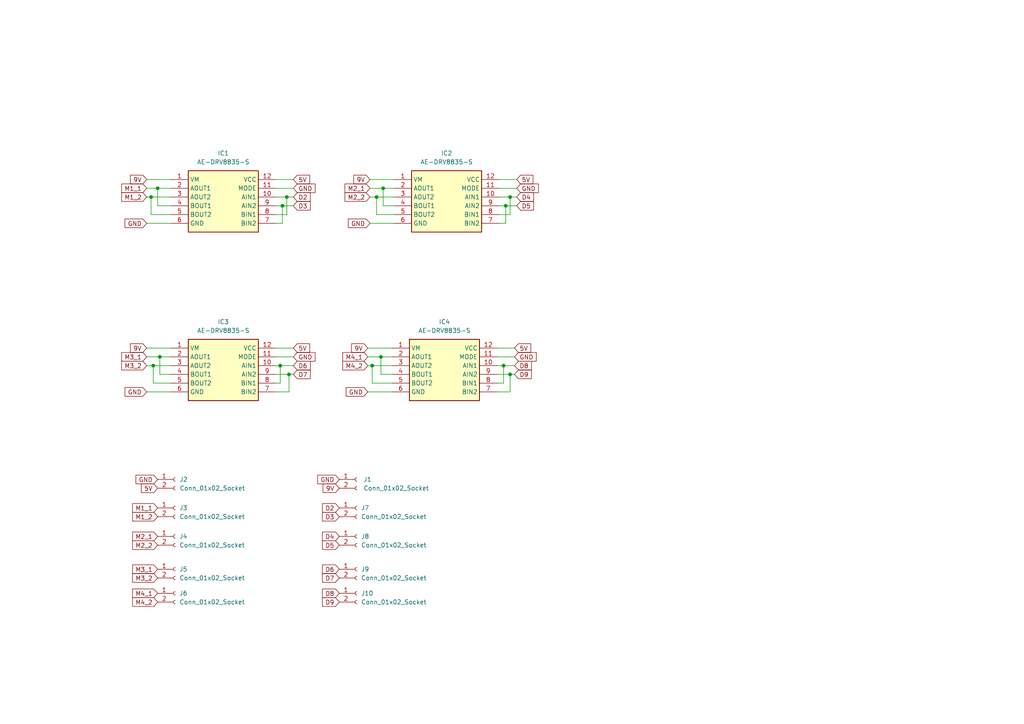
<source format=kicad_sch>
(kicad_sch (version 20230121) (generator eeschema)

  (uuid 3e5469ef-6842-4eea-8b89-eb95221d8539)

  (paper "A4")

  (lib_symbols
    (symbol "AE-DRV8835-S:AE-DRV8835-S" (in_bom yes) (on_board yes)
      (property "Reference" "IC" (at 26.67 7.62 0)
        (effects (font (size 1.27 1.27)) (justify left top))
      )
      (property "Value" "AE-DRV8835-S" (at 26.67 5.08 0)
        (effects (font (size 1.27 1.27)) (justify left top))
      )
      (property "Footprint" "AEDRV8835S" (at 26.67 -94.92 0)
        (effects (font (size 1.27 1.27)) (justify left top) hide)
      )
      (property "Datasheet" "https://akizukidenshi.com/download/ds/akizuki/AE-DRV8835-S_20210526.pdf" (at 26.67 -194.92 0)
        (effects (font (size 1.27 1.27)) (justify left top) hide)
      )
      (property "Height" "3" (at 26.67 -394.92 0)
        (effects (font (size 1.27 1.27)) (justify left top) hide)
      )
      (property "RS Part Number" "" (at 26.67 -494.92 0)
        (effects (font (size 1.27 1.27)) (justify left top) hide)
      )
      (property "RS Price/Stock" "" (at 26.67 -594.92 0)
        (effects (font (size 1.27 1.27)) (justify left top) hide)
      )
      (property "Manufacturer_Name" "Akizuki Denshi Tsusho" (at 26.67 -694.92 0)
        (effects (font (size 1.27 1.27)) (justify left top) hide)
      )
      (property "Manufacturer_Part_Number" "AE-DRV8835-S" (at 26.67 -794.92 0)
        (effects (font (size 1.27 1.27)) (justify left top) hide)
      )
      (property "ki_description" "DUAL LOW VOLTAGE H-BRIDGE IC" (at 0 0 0)
        (effects (font (size 1.27 1.27)) hide)
      )
      (symbol "AE-DRV8835-S_1_1"
        (rectangle (start 5.08 2.54) (end 25.4 -15.24)
          (stroke (width 0.254) (type default))
          (fill (type background))
        )
        (pin passive line (at 0 0 0) (length 5.08)
          (name "VM" (effects (font (size 1.27 1.27))))
          (number "1" (effects (font (size 1.27 1.27))))
        )
        (pin passive line (at 30.48 -5.08 180) (length 5.08)
          (name "AIN1" (effects (font (size 1.27 1.27))))
          (number "10" (effects (font (size 1.27 1.27))))
        )
        (pin passive line (at 30.48 -2.54 180) (length 5.08)
          (name "MODE" (effects (font (size 1.27 1.27))))
          (number "11" (effects (font (size 1.27 1.27))))
        )
        (pin passive line (at 30.48 0 180) (length 5.08)
          (name "VCC" (effects (font (size 1.27 1.27))))
          (number "12" (effects (font (size 1.27 1.27))))
        )
        (pin passive line (at 0 -2.54 0) (length 5.08)
          (name "AOUT1" (effects (font (size 1.27 1.27))))
          (number "2" (effects (font (size 1.27 1.27))))
        )
        (pin passive line (at 0 -5.08 0) (length 5.08)
          (name "AOUT2" (effects (font (size 1.27 1.27))))
          (number "3" (effects (font (size 1.27 1.27))))
        )
        (pin passive line (at 0 -7.62 0) (length 5.08)
          (name "BOUT1" (effects (font (size 1.27 1.27))))
          (number "4" (effects (font (size 1.27 1.27))))
        )
        (pin passive line (at 0 -10.16 0) (length 5.08)
          (name "BOUT2" (effects (font (size 1.27 1.27))))
          (number "5" (effects (font (size 1.27 1.27))))
        )
        (pin passive line (at 0 -12.7 0) (length 5.08)
          (name "GND" (effects (font (size 1.27 1.27))))
          (number "6" (effects (font (size 1.27 1.27))))
        )
        (pin passive line (at 30.48 -12.7 180) (length 5.08)
          (name "BIN2" (effects (font (size 1.27 1.27))))
          (number "7" (effects (font (size 1.27 1.27))))
        )
        (pin passive line (at 30.48 -10.16 180) (length 5.08)
          (name "BIN1" (effects (font (size 1.27 1.27))))
          (number "8" (effects (font (size 1.27 1.27))))
        )
        (pin passive line (at 30.48 -7.62 180) (length 5.08)
          (name "AIN2" (effects (font (size 1.27 1.27))))
          (number "9" (effects (font (size 1.27 1.27))))
        )
      )
    )
    (symbol "Connector:Conn_01x02_Socket" (pin_names (offset 1.016) hide) (in_bom yes) (on_board yes)
      (property "Reference" "J" (at 0 2.54 0)
        (effects (font (size 1.27 1.27)))
      )
      (property "Value" "Conn_01x02_Socket" (at 0 -5.08 0)
        (effects (font (size 1.27 1.27)))
      )
      (property "Footprint" "" (at 0 0 0)
        (effects (font (size 1.27 1.27)) hide)
      )
      (property "Datasheet" "~" (at 0 0 0)
        (effects (font (size 1.27 1.27)) hide)
      )
      (property "ki_locked" "" (at 0 0 0)
        (effects (font (size 1.27 1.27)))
      )
      (property "ki_keywords" "connector" (at 0 0 0)
        (effects (font (size 1.27 1.27)) hide)
      )
      (property "ki_description" "Generic connector, single row, 01x02, script generated" (at 0 0 0)
        (effects (font (size 1.27 1.27)) hide)
      )
      (property "ki_fp_filters" "Connector*:*_1x??_*" (at 0 0 0)
        (effects (font (size 1.27 1.27)) hide)
      )
      (symbol "Conn_01x02_Socket_1_1"
        (arc (start 0 -2.032) (mid -0.5058 -2.54) (end 0 -3.048)
          (stroke (width 0.1524) (type default))
          (fill (type none))
        )
        (polyline
          (pts
            (xy -1.27 -2.54)
            (xy -0.508 -2.54)
          )
          (stroke (width 0.1524) (type default))
          (fill (type none))
        )
        (polyline
          (pts
            (xy -1.27 0)
            (xy -0.508 0)
          )
          (stroke (width 0.1524) (type default))
          (fill (type none))
        )
        (arc (start 0 0.508) (mid -0.5058 0) (end 0 -0.508)
          (stroke (width 0.1524) (type default))
          (fill (type none))
        )
        (pin passive line (at -5.08 0 0) (length 3.81)
          (name "Pin_1" (effects (font (size 1.27 1.27))))
          (number "1" (effects (font (size 1.27 1.27))))
        )
        (pin passive line (at -5.08 -2.54 0) (length 3.81)
          (name "Pin_2" (effects (font (size 1.27 1.27))))
          (number "2" (effects (font (size 1.27 1.27))))
        )
      )
    )
  )

  (junction (at 83.82 108.585) (diameter 0) (color 0 0 0 0)
    (uuid 0fcd378b-b6a6-446f-a513-2b8185376371)
  )
  (junction (at 146.685 59.69) (diameter 0) (color 0 0 0 0)
    (uuid 33dbcd05-00dc-458a-9cb1-04dca5c25cb2)
  )
  (junction (at 45.72 54.61) (diameter 0) (color 0 0 0 0)
    (uuid 3720af31-aaa6-44e6-9239-6e3109f3c224)
  )
  (junction (at 83.185 57.15) (diameter 0) (color 0 0 0 0)
    (uuid 37278c7e-ffb2-4444-8848-5b44aebcd0f1)
  )
  (junction (at 147.955 108.585) (diameter 0) (color 0 0 0 0)
    (uuid 50e7cbe3-d5c7-48a2-b1bb-0da3f8ab16bc)
  )
  (junction (at 111.125 54.61) (diameter 0) (color 0 0 0 0)
    (uuid 61730329-1789-4db4-898d-a3f7ed19f4c3)
  )
  (junction (at 147.955 57.15) (diameter 0) (color 0 0 0 0)
    (uuid 62dfb3b2-21b1-4857-b047-0007071645fe)
  )
  (junction (at 44.45 106.045) (diameter 0) (color 0 0 0 0)
    (uuid 680dd644-047c-478c-ae5e-a54330c5e19d)
  )
  (junction (at 46.355 103.505) (diameter 0) (color 0 0 0 0)
    (uuid 7f9c152a-dba3-4f21-9375-15ce934bd363)
  )
  (junction (at 109.22 57.15) (diameter 0) (color 0 0 0 0)
    (uuid 8a71c912-718c-4658-b43f-a3c5d42e7a99)
  )
  (junction (at 81.915 59.69) (diameter 0) (color 0 0 0 0)
    (uuid 98f25310-b739-4c4c-85ea-c8addc979f52)
  )
  (junction (at 81.28 106.045) (diameter 0) (color 0 0 0 0)
    (uuid a1e7d096-e94b-4562-8adb-afa4496db727)
  )
  (junction (at 107.95 106.045) (diameter 0) (color 0 0 0 0)
    (uuid de3d91bf-ddab-4ade-8f4a-8e6114d2e1dc)
  )
  (junction (at 110.49 103.505) (diameter 0) (color 0 0 0 0)
    (uuid e4ecb415-b2dc-4e69-9afa-000303f2501b)
  )
  (junction (at 146.05 106.045) (diameter 0) (color 0 0 0 0)
    (uuid f0da02da-e8e8-4585-8659-3192c24ba012)
  )
  (junction (at 43.815 57.15) (diameter 0) (color 0 0 0 0)
    (uuid fe9442ff-6757-4ddc-bd51-077dbd0cceda)
  )

  (wire (pts (xy 44.45 106.045) (xy 49.53 106.045))
    (stroke (width 0) (type default))
    (uuid 01502c6a-88cf-4456-b4c1-ae4cee15c756)
  )
  (wire (pts (xy 106.68 100.965) (xy 113.665 100.965))
    (stroke (width 0) (type default))
    (uuid 0308c48f-aaea-4078-965f-bd0450b3517c)
  )
  (wire (pts (xy 106.68 113.665) (xy 113.665 113.665))
    (stroke (width 0) (type default))
    (uuid 0a7a2459-8fe1-4482-bc54-d81180a5f5f5)
  )
  (wire (pts (xy 81.28 106.045) (xy 81.28 111.125))
    (stroke (width 0) (type default))
    (uuid 0b30d19d-acae-46db-b9b7-79d5dbd550d1)
  )
  (wire (pts (xy 83.185 57.15) (xy 83.185 62.23))
    (stroke (width 0) (type default))
    (uuid 0b81e5e8-f04b-472e-8a10-1c1c33133502)
  )
  (wire (pts (xy 80.01 52.07) (xy 85.09 52.07))
    (stroke (width 0) (type default))
    (uuid 0de47a65-c0b7-42e1-b9fe-5ee9a5e75308)
  )
  (wire (pts (xy 147.955 62.23) (xy 144.78 62.23))
    (stroke (width 0) (type default))
    (uuid 10e51372-5209-440e-a770-ecbd5094bbfb)
  )
  (wire (pts (xy 42.545 52.07) (xy 49.53 52.07))
    (stroke (width 0) (type default))
    (uuid 10f9791d-92db-4ec4-afe2-7bab5785788c)
  )
  (wire (pts (xy 45.72 59.69) (xy 49.53 59.69))
    (stroke (width 0) (type default))
    (uuid 1a4f07a3-73b9-4f5b-b668-0761cfa17af5)
  )
  (wire (pts (xy 44.45 111.125) (xy 49.53 111.125))
    (stroke (width 0) (type default))
    (uuid 1e844bd8-3a8f-4579-9eb5-8380d3c60992)
  )
  (wire (pts (xy 146.05 106.045) (xy 149.225 106.045))
    (stroke (width 0) (type default))
    (uuid 2025a669-02d4-40ce-b262-ff915cea1159)
  )
  (wire (pts (xy 42.545 57.15) (xy 43.815 57.15))
    (stroke (width 0) (type default))
    (uuid 2134b7c5-d83f-4c86-9580-c0ac1e659ccd)
  )
  (wire (pts (xy 42.545 64.77) (xy 49.53 64.77))
    (stroke (width 0) (type default))
    (uuid 21f7d159-57a3-4732-95f1-e032191e33d8)
  )
  (wire (pts (xy 107.315 64.77) (xy 114.3 64.77))
    (stroke (width 0) (type default))
    (uuid 2437ca4c-f325-4a1e-9aee-7c64a58c3c77)
  )
  (wire (pts (xy 81.28 111.125) (xy 80.01 111.125))
    (stroke (width 0) (type default))
    (uuid 277ce509-ada2-4c05-9c54-47011e0a0e16)
  )
  (wire (pts (xy 146.685 59.69) (xy 146.685 64.77))
    (stroke (width 0) (type default))
    (uuid 2dd49bb4-b900-41ce-91a8-b8033245302c)
  )
  (wire (pts (xy 144.78 54.61) (xy 149.86 54.61))
    (stroke (width 0) (type default))
    (uuid 32710a6a-5482-43cf-8487-9e4e02bb5a7b)
  )
  (wire (pts (xy 81.915 59.69) (xy 81.915 64.77))
    (stroke (width 0) (type default))
    (uuid 33551bd0-6ca5-436c-8094-3fc04a631b4a)
  )
  (wire (pts (xy 83.185 57.15) (xy 85.09 57.15))
    (stroke (width 0) (type default))
    (uuid 349c6377-e03d-42e7-a277-c64eb9a12a65)
  )
  (wire (pts (xy 43.815 57.15) (xy 43.815 62.23))
    (stroke (width 0) (type default))
    (uuid 3b34cfbb-dda0-407f-af11-e9128790e261)
  )
  (wire (pts (xy 146.05 106.045) (xy 146.05 111.125))
    (stroke (width 0) (type default))
    (uuid 418aa619-5ed6-4ee8-b5ba-4342a8202294)
  )
  (wire (pts (xy 80.01 54.61) (xy 85.09 54.61))
    (stroke (width 0) (type default))
    (uuid 44e882ee-6c42-441b-97da-373f92c3444f)
  )
  (wire (pts (xy 44.45 106.045) (xy 44.45 111.125))
    (stroke (width 0) (type default))
    (uuid 49c6e042-75c7-4dbb-b366-b383be601e13)
  )
  (wire (pts (xy 147.955 57.15) (xy 147.955 62.23))
    (stroke (width 0) (type default))
    (uuid 4ac784c5-fc6f-4c65-b644-1d1683995997)
  )
  (wire (pts (xy 144.145 108.585) (xy 147.955 108.585))
    (stroke (width 0) (type default))
    (uuid 5160ce3a-f1ba-4a2a-aeac-95a8771f2a9b)
  )
  (wire (pts (xy 46.355 103.505) (xy 49.53 103.505))
    (stroke (width 0) (type default))
    (uuid 537a5b3a-41a8-4ccf-aaec-f54c3027dd02)
  )
  (wire (pts (xy 107.95 106.045) (xy 107.95 111.125))
    (stroke (width 0) (type default))
    (uuid 5cdd3bee-772e-4f0b-b959-b4b94f0118fc)
  )
  (wire (pts (xy 111.125 54.61) (xy 114.3 54.61))
    (stroke (width 0) (type default))
    (uuid 5f0e630f-36d8-4c60-b972-d39c2b5aace3)
  )
  (wire (pts (xy 83.185 62.23) (xy 80.01 62.23))
    (stroke (width 0) (type default))
    (uuid 60d926b8-c376-4392-ad16-a2c4ccd21177)
  )
  (wire (pts (xy 144.78 52.07) (xy 149.86 52.07))
    (stroke (width 0) (type default))
    (uuid 656f42c2-2deb-4b53-92ed-b48e27beaf70)
  )
  (wire (pts (xy 110.49 103.505) (xy 113.665 103.505))
    (stroke (width 0) (type default))
    (uuid 67c51906-db8e-40d1-bf6d-2eed38fa64fd)
  )
  (wire (pts (xy 45.72 54.61) (xy 45.72 59.69))
    (stroke (width 0) (type default))
    (uuid 68a63479-5d20-45ea-a720-4609c40be6df)
  )
  (wire (pts (xy 42.545 106.045) (xy 44.45 106.045))
    (stroke (width 0) (type default))
    (uuid 6dca357d-50e4-4ec6-9061-bfe96c9856a0)
  )
  (wire (pts (xy 147.955 57.15) (xy 149.86 57.15))
    (stroke (width 0) (type default))
    (uuid 6f7bfded-00e6-417e-8b94-55ffaffc7765)
  )
  (wire (pts (xy 109.22 57.15) (xy 114.3 57.15))
    (stroke (width 0) (type default))
    (uuid 7482b1ad-784c-43ee-b20e-3794872a95ce)
  )
  (wire (pts (xy 107.95 111.125) (xy 113.665 111.125))
    (stroke (width 0) (type default))
    (uuid 78ecf34d-347f-4284-ab4b-60797b29733d)
  )
  (wire (pts (xy 147.955 108.585) (xy 147.955 113.665))
    (stroke (width 0) (type default))
    (uuid 7ac88c5c-4683-4117-92bd-943bf6b33ee3)
  )
  (wire (pts (xy 144.78 59.69) (xy 146.685 59.69))
    (stroke (width 0) (type default))
    (uuid 7c8ee197-0848-422d-a258-495a3441acfa)
  )
  (wire (pts (xy 144.145 106.045) (xy 146.05 106.045))
    (stroke (width 0) (type default))
    (uuid 823ed464-ab92-483a-8bea-d12913a27a2e)
  )
  (wire (pts (xy 106.68 106.045) (xy 107.95 106.045))
    (stroke (width 0) (type default))
    (uuid 86edd9ce-83f4-4176-813a-43d7689a96a1)
  )
  (wire (pts (xy 80.01 106.045) (xy 81.28 106.045))
    (stroke (width 0) (type default))
    (uuid 8c5487ee-d4b9-44c5-bd78-28ee053fbcbe)
  )
  (wire (pts (xy 109.22 57.15) (xy 109.22 62.23))
    (stroke (width 0) (type default))
    (uuid 8d479bf7-0dcb-410a-81bb-2ed5d0feb114)
  )
  (wire (pts (xy 43.815 57.15) (xy 49.53 57.15))
    (stroke (width 0) (type default))
    (uuid 928be728-a453-4543-9eaf-f58edb703ea6)
  )
  (wire (pts (xy 43.815 62.23) (xy 49.53 62.23))
    (stroke (width 0) (type default))
    (uuid 9353de5f-e099-47f8-93da-4b47935c49af)
  )
  (wire (pts (xy 83.82 113.665) (xy 80.01 113.665))
    (stroke (width 0) (type default))
    (uuid 9a7e2c8a-0b5f-4698-9279-d92e44230b85)
  )
  (wire (pts (xy 109.22 62.23) (xy 114.3 62.23))
    (stroke (width 0) (type default))
    (uuid 9b4a1bce-d762-4b4f-8cdb-aa7852d0fa13)
  )
  (wire (pts (xy 46.355 108.585) (xy 49.53 108.585))
    (stroke (width 0) (type default))
    (uuid 9bc04d00-b163-4456-81e1-56f844a3e739)
  )
  (wire (pts (xy 111.125 59.69) (xy 114.3 59.69))
    (stroke (width 0) (type default))
    (uuid a2e1a1f1-35fd-40df-b47e-09648a246c4d)
  )
  (wire (pts (xy 144.145 100.965) (xy 149.225 100.965))
    (stroke (width 0) (type default))
    (uuid a6000468-dae5-40f6-9827-143d67e28c91)
  )
  (wire (pts (xy 146.685 59.69) (xy 149.86 59.69))
    (stroke (width 0) (type default))
    (uuid a6623b16-3a3e-4b6d-be98-69bc509f5928)
  )
  (wire (pts (xy 107.315 54.61) (xy 111.125 54.61))
    (stroke (width 0) (type default))
    (uuid a87f6ca7-0982-453d-aef7-398351a66357)
  )
  (wire (pts (xy 80.01 100.965) (xy 85.09 100.965))
    (stroke (width 0) (type default))
    (uuid abc234af-4121-4d13-8a4c-1dc2cb87eaf5)
  )
  (wire (pts (xy 110.49 103.505) (xy 110.49 108.585))
    (stroke (width 0) (type default))
    (uuid ad396c60-77b3-46c3-bcad-c11efbfdcb28)
  )
  (wire (pts (xy 144.78 57.15) (xy 147.955 57.15))
    (stroke (width 0) (type default))
    (uuid b250611a-d6e6-4346-926b-9e52e72e1bbd)
  )
  (wire (pts (xy 107.95 106.045) (xy 113.665 106.045))
    (stroke (width 0) (type default))
    (uuid b292b092-ddef-45e7-b953-15582f1f611e)
  )
  (wire (pts (xy 45.72 54.61) (xy 49.53 54.61))
    (stroke (width 0) (type default))
    (uuid b4c88086-ed23-4636-984f-ade62841a8e5)
  )
  (wire (pts (xy 81.915 64.77) (xy 80.01 64.77))
    (stroke (width 0) (type default))
    (uuid b97ad802-ee71-4e2c-a453-b5a4e9b79312)
  )
  (wire (pts (xy 144.145 103.505) (xy 149.225 103.505))
    (stroke (width 0) (type default))
    (uuid be0d86ee-a065-479e-94b2-08e24705e8d4)
  )
  (wire (pts (xy 42.545 100.965) (xy 49.53 100.965))
    (stroke (width 0) (type default))
    (uuid bed4eb37-3a12-4f5c-b7a7-5cd94c218690)
  )
  (wire (pts (xy 42.545 103.505) (xy 46.355 103.505))
    (stroke (width 0) (type default))
    (uuid bffa1ace-59a7-49e6-8ce0-31b0eed8e777)
  )
  (wire (pts (xy 83.82 108.585) (xy 85.09 108.585))
    (stroke (width 0) (type default))
    (uuid c0c96e9c-7d0f-4224-be44-6c681cc3350a)
  )
  (wire (pts (xy 110.49 108.585) (xy 113.665 108.585))
    (stroke (width 0) (type default))
    (uuid c7f552b7-b4be-43d3-86d0-9dcff0b2a10a)
  )
  (wire (pts (xy 106.68 103.505) (xy 110.49 103.505))
    (stroke (width 0) (type default))
    (uuid c9489b06-3dfd-44dd-aa68-4063f13d64b3)
  )
  (wire (pts (xy 80.01 57.15) (xy 83.185 57.15))
    (stroke (width 0) (type default))
    (uuid dbaad29f-9e53-40fc-bdbd-fa040cc60564)
  )
  (wire (pts (xy 80.01 103.505) (xy 85.09 103.505))
    (stroke (width 0) (type default))
    (uuid dd44dc94-5f2c-4b9a-9f09-f347cb236d8c)
  )
  (wire (pts (xy 107.315 57.15) (xy 109.22 57.15))
    (stroke (width 0) (type default))
    (uuid dd8803e5-9245-41da-a3df-de51ef8b2dc7)
  )
  (wire (pts (xy 146.685 64.77) (xy 144.78 64.77))
    (stroke (width 0) (type default))
    (uuid dee30d3d-8e7a-4a5a-ba12-768fa6660817)
  )
  (wire (pts (xy 147.955 108.585) (xy 149.225 108.585))
    (stroke (width 0) (type default))
    (uuid dfd3fc23-2896-4105-9543-7be24f394e09)
  )
  (wire (pts (xy 46.355 103.505) (xy 46.355 108.585))
    (stroke (width 0) (type default))
    (uuid e33f4aa2-c46d-4db7-81ff-371540ce0498)
  )
  (wire (pts (xy 146.05 111.125) (xy 144.145 111.125))
    (stroke (width 0) (type default))
    (uuid e3de9f2c-78f9-49ee-9b75-aac16804db1d)
  )
  (wire (pts (xy 81.28 106.045) (xy 85.09 106.045))
    (stroke (width 0) (type default))
    (uuid e7ce628c-bf15-4bae-9328-b9b164ac31dd)
  )
  (wire (pts (xy 80.01 59.69) (xy 81.915 59.69))
    (stroke (width 0) (type default))
    (uuid e7edf82c-7118-41be-a74b-f6ea47a9fc4d)
  )
  (wire (pts (xy 107.315 52.07) (xy 114.3 52.07))
    (stroke (width 0) (type default))
    (uuid e93ea6c0-e7ad-44d4-8f98-48f1234422e7)
  )
  (wire (pts (xy 80.01 108.585) (xy 83.82 108.585))
    (stroke (width 0) (type default))
    (uuid ef2cbfba-4001-44ef-aa53-90ef582e59bf)
  )
  (wire (pts (xy 111.125 54.61) (xy 111.125 59.69))
    (stroke (width 0) (type default))
    (uuid f30df4b5-2b90-46b5-a3af-d2a078cbcaae)
  )
  (wire (pts (xy 81.915 59.69) (xy 85.09 59.69))
    (stroke (width 0) (type default))
    (uuid f31f06e4-1ef0-4f90-b753-919b805115fd)
  )
  (wire (pts (xy 42.545 54.61) (xy 45.72 54.61))
    (stroke (width 0) (type default))
    (uuid f401e43f-887a-40d5-b4a2-94ef5d4fea71)
  )
  (wire (pts (xy 147.955 113.665) (xy 144.145 113.665))
    (stroke (width 0) (type default))
    (uuid f4c95af7-c24f-4bc3-aef3-513791ea1fc0)
  )
  (wire (pts (xy 42.545 113.665) (xy 49.53 113.665))
    (stroke (width 0) (type default))
    (uuid f9630ac5-4ca7-47ed-b951-9ec6191f7050)
  )
  (wire (pts (xy 83.82 108.585) (xy 83.82 113.665))
    (stroke (width 0) (type default))
    (uuid fcb7c879-31ac-4d21-926a-b0d3ac5215f8)
  )

  (global_label "D3" (shape input) (at 85.09 59.69 0) (fields_autoplaced)
    (effects (font (size 1.27 1.27)) (justify left))
    (uuid 026506ec-d945-48f2-a5f3-a21e0274dbbd)
    (property "Intersheetrefs" "${INTERSHEET_REFS}" (at 90.5547 59.69 0)
      (effects (font (size 1.27 1.27)) (justify left) hide)
    )
  )
  (global_label "D8" (shape input) (at 98.425 172.085 180) (fields_autoplaced)
    (effects (font (size 1.27 1.27)) (justify right))
    (uuid 0504c71c-83d0-4320-86f4-b130e4cbcab3)
    (property "Intersheetrefs" "${INTERSHEET_REFS}" (at 92.9603 172.085 0)
      (effects (font (size 1.27 1.27)) (justify right) hide)
    )
  )
  (global_label "M2_2" (shape input) (at 45.72 158.115 180) (fields_autoplaced)
    (effects (font (size 1.27 1.27)) (justify right))
    (uuid 07cb7426-0fd8-46a3-a107-feb748ba0216)
    (property "Intersheetrefs" "${INTERSHEET_REFS}" (at 37.8968 158.115 0)
      (effects (font (size 1.27 1.27)) (justify right) hide)
    )
  )
  (global_label "M2_1" (shape input) (at 107.315 54.61 180) (fields_autoplaced)
    (effects (font (size 1.27 1.27)) (justify right))
    (uuid 0ff8aa8d-444d-4a6f-8a29-593e2bf447b0)
    (property "Intersheetrefs" "${INTERSHEET_REFS}" (at 99.4918 54.61 0)
      (effects (font (size 1.27 1.27)) (justify right) hide)
    )
  )
  (global_label "GND" (shape input) (at 107.315 64.77 180) (fields_autoplaced)
    (effects (font (size 1.27 1.27)) (justify right))
    (uuid 1cfc3a83-fbce-409e-9063-a4b288f6c0c5)
    (property "Intersheetrefs" "${INTERSHEET_REFS}" (at 100.4593 64.77 0)
      (effects (font (size 1.27 1.27)) (justify right) hide)
    )
  )
  (global_label "M4_2" (shape input) (at 106.68 106.045 180) (fields_autoplaced)
    (effects (font (size 1.27 1.27)) (justify right))
    (uuid 29efd7cd-7a9b-4552-9393-e4a83ed2de54)
    (property "Intersheetrefs" "${INTERSHEET_REFS}" (at 98.8568 106.045 0)
      (effects (font (size 1.27 1.27)) (justify right) hide)
    )
  )
  (global_label "M4_1" (shape input) (at 106.68 103.505 180) (fields_autoplaced)
    (effects (font (size 1.27 1.27)) (justify right))
    (uuid 3b1fa503-9729-43d7-87b2-c932b548c66b)
    (property "Intersheetrefs" "${INTERSHEET_REFS}" (at 98.8568 103.505 0)
      (effects (font (size 1.27 1.27)) (justify right) hide)
    )
  )
  (global_label "GND" (shape input) (at 149.225 103.505 0) (fields_autoplaced)
    (effects (font (size 1.27 1.27)) (justify left))
    (uuid 3d8b2b4c-c125-4056-b048-66146f723da5)
    (property "Intersheetrefs" "${INTERSHEET_REFS}" (at 156.0807 103.505 0)
      (effects (font (size 1.27 1.27)) (justify left) hide)
    )
  )
  (global_label "M4_1" (shape input) (at 45.72 172.085 180) (fields_autoplaced)
    (effects (font (size 1.27 1.27)) (justify right))
    (uuid 400bd19b-18a4-4c42-be0e-2273846ce817)
    (property "Intersheetrefs" "${INTERSHEET_REFS}" (at 37.8968 172.085 0)
      (effects (font (size 1.27 1.27)) (justify right) hide)
    )
  )
  (global_label "9V" (shape input) (at 42.545 52.07 180) (fields_autoplaced)
    (effects (font (size 1.27 1.27)) (justify right))
    (uuid 50651729-3c1f-4f7e-9fcd-d49cdb6f6512)
    (property "Intersheetrefs" "${INTERSHEET_REFS}" (at 37.2617 52.07 0)
      (effects (font (size 1.27 1.27)) (justify right) hide)
    )
  )
  (global_label "M1_1" (shape input) (at 45.72 147.32 180) (fields_autoplaced)
    (effects (font (size 1.27 1.27)) (justify right))
    (uuid 52271636-fc61-4b45-9cfb-354adfd45956)
    (property "Intersheetrefs" "${INTERSHEET_REFS}" (at 37.8968 147.32 0)
      (effects (font (size 1.27 1.27)) (justify right) hide)
    )
  )
  (global_label "M4_2" (shape input) (at 45.72 174.625 180) (fields_autoplaced)
    (effects (font (size 1.27 1.27)) (justify right))
    (uuid 52cb4d0e-726f-4d84-b8bd-71da10281f6d)
    (property "Intersheetrefs" "${INTERSHEET_REFS}" (at 37.8968 174.625 0)
      (effects (font (size 1.27 1.27)) (justify right) hide)
    )
  )
  (global_label "9V" (shape input) (at 107.315 52.07 180) (fields_autoplaced)
    (effects (font (size 1.27 1.27)) (justify right))
    (uuid 5354c290-4fe9-4749-90ee-62dab1b8d0bc)
    (property "Intersheetrefs" "${INTERSHEET_REFS}" (at 102.0317 52.07 0)
      (effects (font (size 1.27 1.27)) (justify right) hide)
    )
  )
  (global_label "M2_1" (shape input) (at 45.72 155.575 180) (fields_autoplaced)
    (effects (font (size 1.27 1.27)) (justify right))
    (uuid 5c07f279-4bea-4769-b0fb-04dacb8429c8)
    (property "Intersheetrefs" "${INTERSHEET_REFS}" (at 37.8968 155.575 0)
      (effects (font (size 1.27 1.27)) (justify right) hide)
    )
  )
  (global_label "5V" (shape input) (at 85.09 100.965 0) (fields_autoplaced)
    (effects (font (size 1.27 1.27)) (justify left))
    (uuid 5e957781-6dca-4555-b8a1-36bdc9fcffed)
    (property "Intersheetrefs" "${INTERSHEET_REFS}" (at 90.3733 100.965 0)
      (effects (font (size 1.27 1.27)) (justify left) hide)
    )
  )
  (global_label "GND" (shape input) (at 98.425 139.065 180) (fields_autoplaced)
    (effects (font (size 1.27 1.27)) (justify right))
    (uuid 60f49497-8420-4e3c-bcd8-5611db99271f)
    (property "Intersheetrefs" "${INTERSHEET_REFS}" (at 91.5693 139.065 0)
      (effects (font (size 1.27 1.27)) (justify right) hide)
    )
  )
  (global_label "9V" (shape input) (at 98.425 141.605 180) (fields_autoplaced)
    (effects (font (size 1.27 1.27)) (justify right))
    (uuid 62e375d2-2c56-4cfc-aff5-00278c57755b)
    (property "Intersheetrefs" "${INTERSHEET_REFS}" (at 93.1417 141.605 0)
      (effects (font (size 1.27 1.27)) (justify right) hide)
    )
  )
  (global_label "M3_1" (shape input) (at 42.545 103.505 180) (fields_autoplaced)
    (effects (font (size 1.27 1.27)) (justify right))
    (uuid 672ad9b9-2a2f-4f8f-b2bb-ee7da433131a)
    (property "Intersheetrefs" "${INTERSHEET_REFS}" (at 34.7218 103.505 0)
      (effects (font (size 1.27 1.27)) (justify right) hide)
    )
  )
  (global_label "D8" (shape input) (at 149.225 106.045 0) (fields_autoplaced)
    (effects (font (size 1.27 1.27)) (justify left))
    (uuid 69812395-dfdd-4f94-8f55-f04af3c651d2)
    (property "Intersheetrefs" "${INTERSHEET_REFS}" (at 154.6897 106.045 0)
      (effects (font (size 1.27 1.27)) (justify left) hide)
    )
  )
  (global_label "GND" (shape input) (at 42.545 64.77 180) (fields_autoplaced)
    (effects (font (size 1.27 1.27)) (justify right))
    (uuid 698aa6e9-06e2-49f3-842a-cc5653365fc9)
    (property "Intersheetrefs" "${INTERSHEET_REFS}" (at 35.6893 64.77 0)
      (effects (font (size 1.27 1.27)) (justify right) hide)
    )
  )
  (global_label "D9" (shape input) (at 149.225 108.585 0) (fields_autoplaced)
    (effects (font (size 1.27 1.27)) (justify left))
    (uuid 70ca7e4a-6ada-4e53-be08-610033e40559)
    (property "Intersheetrefs" "${INTERSHEET_REFS}" (at 154.6897 108.585 0)
      (effects (font (size 1.27 1.27)) (justify left) hide)
    )
  )
  (global_label "M1_2" (shape input) (at 42.545 57.15 180) (fields_autoplaced)
    (effects (font (size 1.27 1.27)) (justify right))
    (uuid 76d77c3e-1257-4f28-9301-de177dfe2f99)
    (property "Intersheetrefs" "${INTERSHEET_REFS}" (at 34.7218 57.15 0)
      (effects (font (size 1.27 1.27)) (justify right) hide)
    )
  )
  (global_label "5V" (shape input) (at 149.86 52.07 0) (fields_autoplaced)
    (effects (font (size 1.27 1.27)) (justify left))
    (uuid 7a047c47-a218-4e58-8c56-5acd96124a07)
    (property "Intersheetrefs" "${INTERSHEET_REFS}" (at 155.1433 52.07 0)
      (effects (font (size 1.27 1.27)) (justify left) hide)
    )
  )
  (global_label "5V" (shape input) (at 149.225 100.965 0) (fields_autoplaced)
    (effects (font (size 1.27 1.27)) (justify left))
    (uuid 7abc6922-c702-46e7-9dc9-d0890f501a58)
    (property "Intersheetrefs" "${INTERSHEET_REFS}" (at 154.5083 100.965 0)
      (effects (font (size 1.27 1.27)) (justify left) hide)
    )
  )
  (global_label "GND" (shape input) (at 85.09 103.505 0) (fields_autoplaced)
    (effects (font (size 1.27 1.27)) (justify left))
    (uuid 7be18245-b1cb-4f84-a1c7-2dba40839f2d)
    (property "Intersheetrefs" "${INTERSHEET_REFS}" (at 91.9457 103.505 0)
      (effects (font (size 1.27 1.27)) (justify left) hide)
    )
  )
  (global_label "M1_2" (shape input) (at 45.72 149.86 180) (fields_autoplaced)
    (effects (font (size 1.27 1.27)) (justify right))
    (uuid 7e4fc7c2-6d2b-41af-a956-d361799b0079)
    (property "Intersheetrefs" "${INTERSHEET_REFS}" (at 37.8968 149.86 0)
      (effects (font (size 1.27 1.27)) (justify right) hide)
    )
  )
  (global_label "GND" (shape input) (at 42.545 113.665 180) (fields_autoplaced)
    (effects (font (size 1.27 1.27)) (justify right))
    (uuid 818939b0-cd64-42a5-b5d5-b0b1f3719283)
    (property "Intersheetrefs" "${INTERSHEET_REFS}" (at 35.6893 113.665 0)
      (effects (font (size 1.27 1.27)) (justify right) hide)
    )
  )
  (global_label "D6" (shape input) (at 85.09 106.045 0) (fields_autoplaced)
    (effects (font (size 1.27 1.27)) (justify left))
    (uuid 8bdb53f5-b6d6-40bb-9e1e-f33810580d37)
    (property "Intersheetrefs" "${INTERSHEET_REFS}" (at 90.5547 106.045 0)
      (effects (font (size 1.27 1.27)) (justify left) hide)
    )
  )
  (global_label "GND" (shape input) (at 106.68 113.665 180) (fields_autoplaced)
    (effects (font (size 1.27 1.27)) (justify right))
    (uuid 8dac7dc6-41e7-4187-8faf-61966d697c68)
    (property "Intersheetrefs" "${INTERSHEET_REFS}" (at 99.8243 113.665 0)
      (effects (font (size 1.27 1.27)) (justify right) hide)
    )
  )
  (global_label "M3_2" (shape input) (at 42.545 106.045 180) (fields_autoplaced)
    (effects (font (size 1.27 1.27)) (justify right))
    (uuid 9128d76e-ceed-41ba-b04d-feb64966f42c)
    (property "Intersheetrefs" "${INTERSHEET_REFS}" (at 34.7218 106.045 0)
      (effects (font (size 1.27 1.27)) (justify right) hide)
    )
  )
  (global_label "D6" (shape input) (at 98.425 165.1 180) (fields_autoplaced)
    (effects (font (size 1.27 1.27)) (justify right))
    (uuid 9d585055-0a64-4b8d-ba6e-ce37d0a3825a)
    (property "Intersheetrefs" "${INTERSHEET_REFS}" (at 92.9603 165.1 0)
      (effects (font (size 1.27 1.27)) (justify right) hide)
    )
  )
  (global_label "D5" (shape input) (at 149.86 59.69 0) (fields_autoplaced)
    (effects (font (size 1.27 1.27)) (justify left))
    (uuid 9ff2afd7-6a92-4993-bb5a-794aeb2b9392)
    (property "Intersheetrefs" "${INTERSHEET_REFS}" (at 155.3247 59.69 0)
      (effects (font (size 1.27 1.27)) (justify left) hide)
    )
  )
  (global_label "D7" (shape input) (at 98.425 167.64 180) (fields_autoplaced)
    (effects (font (size 1.27 1.27)) (justify right))
    (uuid a2a73ea2-cc8f-4d50-8c38-5e4193ab7a65)
    (property "Intersheetrefs" "${INTERSHEET_REFS}" (at 92.9603 167.64 0)
      (effects (font (size 1.27 1.27)) (justify right) hide)
    )
  )
  (global_label "9V" (shape input) (at 42.545 100.965 180) (fields_autoplaced)
    (effects (font (size 1.27 1.27)) (justify right))
    (uuid aae9df2e-ccf4-4d0b-bcd9-8925d50eca9e)
    (property "Intersheetrefs" "${INTERSHEET_REFS}" (at 37.2617 100.965 0)
      (effects (font (size 1.27 1.27)) (justify right) hide)
    )
  )
  (global_label "D3" (shape input) (at 98.425 149.86 180) (fields_autoplaced)
    (effects (font (size 1.27 1.27)) (justify right))
    (uuid b0b80626-5ad9-4c04-8ac9-54a33c93e810)
    (property "Intersheetrefs" "${INTERSHEET_REFS}" (at 92.9603 149.86 0)
      (effects (font (size 1.27 1.27)) (justify right) hide)
    )
  )
  (global_label "M1_1" (shape input) (at 42.545 54.61 180) (fields_autoplaced)
    (effects (font (size 1.27 1.27)) (justify right))
    (uuid b26ebb6d-2c28-4acf-b270-15dad6696b6b)
    (property "Intersheetrefs" "${INTERSHEET_REFS}" (at 34.7218 54.61 0)
      (effects (font (size 1.27 1.27)) (justify right) hide)
    )
  )
  (global_label "M3_2" (shape input) (at 45.72 167.64 180) (fields_autoplaced)
    (effects (font (size 1.27 1.27)) (justify right))
    (uuid b3dc896d-1e7c-4d84-9f3b-ad178c019e14)
    (property "Intersheetrefs" "${INTERSHEET_REFS}" (at 37.8968 167.64 0)
      (effects (font (size 1.27 1.27)) (justify right) hide)
    )
  )
  (global_label "M3_1" (shape input) (at 45.72 165.1 180) (fields_autoplaced)
    (effects (font (size 1.27 1.27)) (justify right))
    (uuid b628d12a-c91c-4c63-8579-8782e76e1594)
    (property "Intersheetrefs" "${INTERSHEET_REFS}" (at 37.8968 165.1 0)
      (effects (font (size 1.27 1.27)) (justify right) hide)
    )
  )
  (global_label "GND" (shape input) (at 45.72 139.065 180) (fields_autoplaced)
    (effects (font (size 1.27 1.27)) (justify right))
    (uuid b93b5c44-b033-4935-8752-459292ff50f2)
    (property "Intersheetrefs" "${INTERSHEET_REFS}" (at 38.8643 139.065 0)
      (effects (font (size 1.27 1.27)) (justify right) hide)
    )
  )
  (global_label "D4" (shape input) (at 98.425 155.575 180) (fields_autoplaced)
    (effects (font (size 1.27 1.27)) (justify right))
    (uuid c9b34b90-22bb-4189-beeb-fedb0d8a2af1)
    (property "Intersheetrefs" "${INTERSHEET_REFS}" (at 92.9603 155.575 0)
      (effects (font (size 1.27 1.27)) (justify right) hide)
    )
  )
  (global_label "9V" (shape input) (at 106.68 100.965 180) (fields_autoplaced)
    (effects (font (size 1.27 1.27)) (justify right))
    (uuid c9ffb3a8-508e-4a27-be66-db0e532cd67a)
    (property "Intersheetrefs" "${INTERSHEET_REFS}" (at 101.3967 100.965 0)
      (effects (font (size 1.27 1.27)) (justify right) hide)
    )
  )
  (global_label "M2_2" (shape input) (at 107.315 57.15 180) (fields_autoplaced)
    (effects (font (size 1.27 1.27)) (justify right))
    (uuid cc3633f1-c36f-434b-8533-95a858546afb)
    (property "Intersheetrefs" "${INTERSHEET_REFS}" (at 99.4918 57.15 0)
      (effects (font (size 1.27 1.27)) (justify right) hide)
    )
  )
  (global_label "D9" (shape input) (at 98.425 174.625 180) (fields_autoplaced)
    (effects (font (size 1.27 1.27)) (justify right))
    (uuid ce507ad0-b6d0-462b-bf23-5a6c4ba5c921)
    (property "Intersheetrefs" "${INTERSHEET_REFS}" (at 92.9603 174.625 0)
      (effects (font (size 1.27 1.27)) (justify right) hide)
    )
  )
  (global_label "D2" (shape input) (at 98.425 147.32 180) (fields_autoplaced)
    (effects (font (size 1.27 1.27)) (justify right))
    (uuid d485470d-be44-43cd-afad-d2ec3e7dd2ad)
    (property "Intersheetrefs" "${INTERSHEET_REFS}" (at 92.9603 147.32 0)
      (effects (font (size 1.27 1.27)) (justify right) hide)
    )
  )
  (global_label "GND" (shape input) (at 85.09 54.61 0) (fields_autoplaced)
    (effects (font (size 1.27 1.27)) (justify left))
    (uuid d4ccfd13-a85c-4898-9e89-02b47ddda3ff)
    (property "Intersheetrefs" "${INTERSHEET_REFS}" (at 91.9457 54.61 0)
      (effects (font (size 1.27 1.27)) (justify left) hide)
    )
  )
  (global_label "GND" (shape input) (at 149.86 54.61 0) (fields_autoplaced)
    (effects (font (size 1.27 1.27)) (justify left))
    (uuid db57cf43-134b-428c-8428-0af784a65191)
    (property "Intersheetrefs" "${INTERSHEET_REFS}" (at 156.7157 54.61 0)
      (effects (font (size 1.27 1.27)) (justify left) hide)
    )
  )
  (global_label "D4" (shape input) (at 149.86 57.15 0) (fields_autoplaced)
    (effects (font (size 1.27 1.27)) (justify left))
    (uuid de69f71b-4724-4010-873a-778ff764164a)
    (property "Intersheetrefs" "${INTERSHEET_REFS}" (at 155.3247 57.15 0)
      (effects (font (size 1.27 1.27)) (justify left) hide)
    )
  )
  (global_label "5V" (shape input) (at 85.09 52.07 0) (fields_autoplaced)
    (effects (font (size 1.27 1.27)) (justify left))
    (uuid e871c8ec-ab4f-4880-bbb2-eb8d68cee5b5)
    (property "Intersheetrefs" "${INTERSHEET_REFS}" (at 90.3733 52.07 0)
      (effects (font (size 1.27 1.27)) (justify left) hide)
    )
  )
  (global_label "D7" (shape input) (at 85.09 108.585 0) (fields_autoplaced)
    (effects (font (size 1.27 1.27)) (justify left))
    (uuid ebac4e22-8251-4d1f-a588-9fc9bd44d521)
    (property "Intersheetrefs" "${INTERSHEET_REFS}" (at 90.5547 108.585 0)
      (effects (font (size 1.27 1.27)) (justify left) hide)
    )
  )
  (global_label "5V" (shape input) (at 45.72 141.605 180) (fields_autoplaced)
    (effects (font (size 1.27 1.27)) (justify right))
    (uuid f2db43f3-2914-41db-9d2c-99fc4cfec685)
    (property "Intersheetrefs" "${INTERSHEET_REFS}" (at 40.4367 141.605 0)
      (effects (font (size 1.27 1.27)) (justify right) hide)
    )
  )
  (global_label "D2" (shape input) (at 85.09 57.15 0) (fields_autoplaced)
    (effects (font (size 1.27 1.27)) (justify left))
    (uuid f60440ac-555f-4333-b0c6-01e818067a79)
    (property "Intersheetrefs" "${INTERSHEET_REFS}" (at 90.5547 57.15 0)
      (effects (font (size 1.27 1.27)) (justify left) hide)
    )
  )
  (global_label "D5" (shape input) (at 98.425 158.115 180) (fields_autoplaced)
    (effects (font (size 1.27 1.27)) (justify right))
    (uuid fec05dbf-9848-4a38-aed9-a181028a4480)
    (property "Intersheetrefs" "${INTERSHEET_REFS}" (at 92.9603 158.115 0)
      (effects (font (size 1.27 1.27)) (justify right) hide)
    )
  )

  (symbol (lib_id "AE-DRV8835-S:AE-DRV8835-S") (at 114.3 52.07 0) (unit 1)
    (in_bom yes) (on_board yes) (dnp no) (fields_autoplaced)
    (uuid 328105bf-37de-414a-a0bc-a0e890b515df)
    (property "Reference" "IC2" (at 129.54 44.45 0)
      (effects (font (size 1.27 1.27)))
    )
    (property "Value" "AE-DRV8835-S" (at 129.54 46.99 0)
      (effects (font (size 1.27 1.27)))
    )
    (property "Footprint" "AE-DRV8835-S:AEDRV8835S" (at 140.97 146.99 0)
      (effects (font (size 1.27 1.27)) (justify left top) hide)
    )
    (property "Datasheet" "https://akizukidenshi.com/download/ds/akizuki/AE-DRV8835-S_20210526.pdf" (at 140.97 246.99 0)
      (effects (font (size 1.27 1.27)) (justify left top) hide)
    )
    (property "Height" "3" (at 140.97 446.99 0)
      (effects (font (size 1.27 1.27)) (justify left top) hide)
    )
    (property "RS Part Number" "" (at 140.97 546.99 0)
      (effects (font (size 1.27 1.27)) (justify left top) hide)
    )
    (property "RS Price/Stock" "" (at 140.97 646.99 0)
      (effects (font (size 1.27 1.27)) (justify left top) hide)
    )
    (property "Manufacturer_Name" "Akizuki Denshi Tsusho" (at 140.97 746.99 0)
      (effects (font (size 1.27 1.27)) (justify left top) hide)
    )
    (property "Manufacturer_Part_Number" "AE-DRV8835-S" (at 140.97 846.99 0)
      (effects (font (size 1.27 1.27)) (justify left top) hide)
    )
    (pin "9" (uuid 9b1ffb49-2bc2-482c-8bea-91fef0615114))
    (pin "8" (uuid 3a205c07-94a2-46c2-b215-4a0948778cb2))
    (pin "10" (uuid ae84f1ad-9479-441d-815d-594488be6a63))
    (pin "7" (uuid bb054394-8a1d-41a8-a4da-d84f2bfcb912))
    (pin "6" (uuid 64664a3f-5970-4747-9241-8e678e8f447b))
    (pin "5" (uuid c73d6ada-d0da-4b7a-98c3-b9df73504ab5))
    (pin "4" (uuid f23c94ea-e820-424c-b784-4c639cce3177))
    (pin "12" (uuid 13d50d4b-8182-4ca1-8b7b-4840956193cd))
    (pin "11" (uuid cbfc5e80-4336-49a6-b45e-c20d17f30dd1))
    (pin "3" (uuid f986513f-401b-4983-92b3-64ba591d305a))
    (pin "1" (uuid 3572ffaa-d86e-41c9-a49d-9090a77e5ba5))
    (pin "2" (uuid 458d0093-d50e-49a4-83d0-1862c5855b43))
    (instances
      (project "motordriver"
        (path "/3e5469ef-6842-4eea-8b89-eb95221d8539"
          (reference "IC2") (unit 1)
        )
      )
    )
  )

  (symbol (lib_id "Connector:Conn_01x02_Socket") (at 103.505 165.1 0) (unit 1)
    (in_bom yes) (on_board yes) (dnp no) (fields_autoplaced)
    (uuid 3be09fc3-57e9-4504-a089-01b35acb7432)
    (property "Reference" "J9" (at 104.7093 165.1 0)
      (effects (font (size 1.27 1.27)) (justify left))
    )
    (property "Value" "Conn_01x02_Socket" (at 104.7093 167.64 0)
      (effects (font (size 1.27 1.27)) (justify left))
    )
    (property "Footprint" "Connector_JST:JST_XH_B2B-XH-AM_1x02_P2.50mm_Vertical" (at 103.505 165.1 0)
      (effects (font (size 1.27 1.27)) hide)
    )
    (property "Datasheet" "~" (at 103.505 165.1 0)
      (effects (font (size 1.27 1.27)) hide)
    )
    (pin "1" (uuid 466b8de0-f261-4b0f-8450-374d8de01e30))
    (pin "2" (uuid 0f7ca4a1-13cf-4b71-80d1-70ab1c19a1a8))
    (instances
      (project "motordriver"
        (path "/3e5469ef-6842-4eea-8b89-eb95221d8539"
          (reference "J9") (unit 1)
        )
      )
    )
  )

  (symbol (lib_id "Connector:Conn_01x02_Socket") (at 103.505 139.065 0) (unit 1)
    (in_bom yes) (on_board yes) (dnp no) (fields_autoplaced)
    (uuid 4edc1a95-a11b-4c76-8bc7-873c44847de7)
    (property "Reference" "J1" (at 105.41 139.065 0)
      (effects (font (size 1.27 1.27)) (justify left))
    )
    (property "Value" "Conn_01x02_Socket" (at 105.41 141.605 0)
      (effects (font (size 1.27 1.27)) (justify left))
    )
    (property "Footprint" "Connector_JST:JST_XH_B2B-XH-AM_1x02_P2.50mm_Vertical" (at 103.505 139.065 0)
      (effects (font (size 1.27 1.27)) hide)
    )
    (property "Datasheet" "~" (at 103.505 139.065 0)
      (effects (font (size 1.27 1.27)) hide)
    )
    (pin "1" (uuid 727e9883-acbb-4986-8dd4-49bf0f45183a))
    (pin "2" (uuid ed241105-0077-468c-8eb7-f48a459740d0))
    (instances
      (project "motordriver"
        (path "/3e5469ef-6842-4eea-8b89-eb95221d8539"
          (reference "J1") (unit 1)
        )
      )
    )
  )

  (symbol (lib_id "AE-DRV8835-S:AE-DRV8835-S") (at 49.53 52.07 0) (unit 1)
    (in_bom yes) (on_board yes) (dnp no) (fields_autoplaced)
    (uuid 6ef5c78d-60e4-4fd3-b0be-8e4d5c23d016)
    (property "Reference" "IC1" (at 64.77 44.45 0)
      (effects (font (size 1.27 1.27)))
    )
    (property "Value" "AE-DRV8835-S" (at 64.77 46.99 0)
      (effects (font (size 1.27 1.27)))
    )
    (property "Footprint" "AE-DRV8835-S:AEDRV8835S" (at 76.2 146.99 0)
      (effects (font (size 1.27 1.27)) (justify left top) hide)
    )
    (property "Datasheet" "https://akizukidenshi.com/download/ds/akizuki/AE-DRV8835-S_20210526.pdf" (at 76.2 246.99 0)
      (effects (font (size 1.27 1.27)) (justify left top) hide)
    )
    (property "Height" "3" (at 76.2 446.99 0)
      (effects (font (size 1.27 1.27)) (justify left top) hide)
    )
    (property "RS Part Number" "" (at 76.2 546.99 0)
      (effects (font (size 1.27 1.27)) (justify left top) hide)
    )
    (property "RS Price/Stock" "" (at 76.2 646.99 0)
      (effects (font (size 1.27 1.27)) (justify left top) hide)
    )
    (property "Manufacturer_Name" "Akizuki Denshi Tsusho" (at 76.2 746.99 0)
      (effects (font (size 1.27 1.27)) (justify left top) hide)
    )
    (property "Manufacturer_Part_Number" "AE-DRV8835-S" (at 76.2 846.99 0)
      (effects (font (size 1.27 1.27)) (justify left top) hide)
    )
    (pin "9" (uuid 4e42b3b0-1eb6-4150-903e-f2d1e408f222))
    (pin "8" (uuid 22778ccb-24b9-4a17-be7f-c925c3c99099))
    (pin "10" (uuid f54b8696-15bc-4ae8-9943-5dcb532eb4f3))
    (pin "7" (uuid 30d65d2b-4e61-4c55-91f1-e7b279d8c4fe))
    (pin "6" (uuid d1c82a55-9657-433c-9219-5b5819ea331f))
    (pin "5" (uuid dbba1f00-bdba-402e-bfad-53ea5af39a2a))
    (pin "4" (uuid d0598cda-97e8-475c-857d-622fe03e7b3b))
    (pin "12" (uuid 3a4b25c8-7d11-4ca4-ab78-f5ca5e9069df))
    (pin "11" (uuid e58aae92-6be8-4b74-93ab-bfec8ed83627))
    (pin "3" (uuid 513893bb-671a-4920-beaf-ddc4207f4dfb))
    (pin "1" (uuid ea37748a-c8b5-4265-af4f-3398842ae580))
    (pin "2" (uuid a97f2fad-7ca5-44fc-ac7e-a0a6abd97a76))
    (instances
      (project "motordriver"
        (path "/3e5469ef-6842-4eea-8b89-eb95221d8539"
          (reference "IC1") (unit 1)
        )
      )
    )
  )

  (symbol (lib_id "Connector:Conn_01x02_Socket") (at 103.505 147.32 0) (unit 1)
    (in_bom yes) (on_board yes) (dnp no) (fields_autoplaced)
    (uuid 8bdaf33a-37f7-45b6-87d0-adef61d6425d)
    (property "Reference" "J7" (at 104.7093 147.32 0)
      (effects (font (size 1.27 1.27)) (justify left))
    )
    (property "Value" "Conn_01x02_Socket" (at 104.7093 149.86 0)
      (effects (font (size 1.27 1.27)) (justify left))
    )
    (property "Footprint" "Connector_JST:JST_XH_B2B-XH-AM_1x02_P2.50mm_Vertical" (at 103.505 147.32 0)
      (effects (font (size 1.27 1.27)) hide)
    )
    (property "Datasheet" "~" (at 103.505 147.32 0)
      (effects (font (size 1.27 1.27)) hide)
    )
    (pin "1" (uuid 78d4b66b-dedd-42bc-ad87-1c330dcf70ef))
    (pin "2" (uuid b55fd513-a39f-427a-bcce-96d390ece4e8))
    (instances
      (project "motordriver"
        (path "/3e5469ef-6842-4eea-8b89-eb95221d8539"
          (reference "J7") (unit 1)
        )
      )
    )
  )

  (symbol (lib_id "Connector:Conn_01x02_Socket") (at 50.8 172.085 0) (unit 1)
    (in_bom yes) (on_board yes) (dnp no) (fields_autoplaced)
    (uuid 95acf31d-31ff-4887-9f5a-72a19c812f81)
    (property "Reference" "J6" (at 52.0043 172.085 0)
      (effects (font (size 1.27 1.27)) (justify left))
    )
    (property "Value" "Conn_01x02_Socket" (at 52.0043 174.625 0)
      (effects (font (size 1.27 1.27)) (justify left))
    )
    (property "Footprint" "Connector_JST:JST_XH_B2B-XH-AM_1x02_P2.50mm_Vertical" (at 50.8 172.085 0)
      (effects (font (size 1.27 1.27)) hide)
    )
    (property "Datasheet" "~" (at 50.8 172.085 0)
      (effects (font (size 1.27 1.27)) hide)
    )
    (pin "1" (uuid 9e492f59-5f63-481b-a324-69dce5b9fcdd))
    (pin "2" (uuid 5945b026-b6a1-44e4-9b59-dbbbf7d6101c))
    (instances
      (project "motordriver"
        (path "/3e5469ef-6842-4eea-8b89-eb95221d8539"
          (reference "J6") (unit 1)
        )
      )
    )
  )

  (symbol (lib_id "AE-DRV8835-S:AE-DRV8835-S") (at 113.665 100.965 0) (unit 1)
    (in_bom yes) (on_board yes) (dnp no) (fields_autoplaced)
    (uuid 98c3dce8-f747-4d2e-8abb-989e665c8c27)
    (property "Reference" "IC4" (at 128.905 93.345 0)
      (effects (font (size 1.27 1.27)))
    )
    (property "Value" "AE-DRV8835-S" (at 128.905 95.885 0)
      (effects (font (size 1.27 1.27)))
    )
    (property "Footprint" "AE-DRV8835-S:AEDRV8835S" (at 140.335 195.885 0)
      (effects (font (size 1.27 1.27)) (justify left top) hide)
    )
    (property "Datasheet" "https://akizukidenshi.com/download/ds/akizuki/AE-DRV8835-S_20210526.pdf" (at 140.335 295.885 0)
      (effects (font (size 1.27 1.27)) (justify left top) hide)
    )
    (property "Height" "3" (at 140.335 495.885 0)
      (effects (font (size 1.27 1.27)) (justify left top) hide)
    )
    (property "RS Part Number" "" (at 140.335 595.885 0)
      (effects (font (size 1.27 1.27)) (justify left top) hide)
    )
    (property "RS Price/Stock" "" (at 140.335 695.885 0)
      (effects (font (size 1.27 1.27)) (justify left top) hide)
    )
    (property "Manufacturer_Name" "Akizuki Denshi Tsusho" (at 140.335 795.885 0)
      (effects (font (size 1.27 1.27)) (justify left top) hide)
    )
    (property "Manufacturer_Part_Number" "AE-DRV8835-S" (at 140.335 895.885 0)
      (effects (font (size 1.27 1.27)) (justify left top) hide)
    )
    (pin "9" (uuid 47e47caf-c617-4b80-a35c-a1fd9e5e6769))
    (pin "8" (uuid 1ea9e072-5bbb-4d21-9720-c52d97434c3e))
    (pin "10" (uuid 3adb657d-8c5a-4042-9375-27050bf0e9f5))
    (pin "7" (uuid 4d537646-cab2-4ea8-b9ce-8807da1731a7))
    (pin "6" (uuid 384a801d-e418-454b-a1b9-6c3342be867c))
    (pin "5" (uuid 3fe516d8-d049-4c62-bedd-b8faa33dc1e1))
    (pin "4" (uuid c237c90b-d1c7-4701-89a0-5d9c16ca81f0))
    (pin "12" (uuid 984d492c-be05-4bf8-a6f8-63900b60d5d1))
    (pin "11" (uuid 2007cbaa-1a0b-416d-98b7-f897b2093d86))
    (pin "3" (uuid 3b041e1d-5728-4c27-9169-4ccebd1f3e5b))
    (pin "1" (uuid a888408e-277c-4139-af2a-8e3557458d24))
    (pin "2" (uuid 58644772-c7bc-4555-bdd3-45e1654e9407))
    (instances
      (project "motordriver"
        (path "/3e5469ef-6842-4eea-8b89-eb95221d8539"
          (reference "IC4") (unit 1)
        )
      )
    )
  )

  (symbol (lib_id "Connector:Conn_01x02_Socket") (at 103.505 155.575 0) (unit 1)
    (in_bom yes) (on_board yes) (dnp no) (fields_autoplaced)
    (uuid a9abe8cc-9820-4dad-bf08-48c69e1cb9f7)
    (property "Reference" "J8" (at 104.7093 155.575 0)
      (effects (font (size 1.27 1.27)) (justify left))
    )
    (property "Value" "Conn_01x02_Socket" (at 104.7093 158.115 0)
      (effects (font (size 1.27 1.27)) (justify left))
    )
    (property "Footprint" "Connector_JST:JST_XH_B2B-XH-AM_1x02_P2.50mm_Vertical" (at 103.505 155.575 0)
      (effects (font (size 1.27 1.27)) hide)
    )
    (property "Datasheet" "~" (at 103.505 155.575 0)
      (effects (font (size 1.27 1.27)) hide)
    )
    (pin "1" (uuid 60dd68a2-c452-4fb6-a70d-18bbd5a0593c))
    (pin "2" (uuid 4da3acc6-2cae-422e-8c9f-198cfd008976))
    (instances
      (project "motordriver"
        (path "/3e5469ef-6842-4eea-8b89-eb95221d8539"
          (reference "J8") (unit 1)
        )
      )
    )
  )

  (symbol (lib_id "Connector:Conn_01x02_Socket") (at 50.8 147.32 0) (unit 1)
    (in_bom yes) (on_board yes) (dnp no) (fields_autoplaced)
    (uuid b60dd7ad-309e-4059-803c-e3c6c1ae19ac)
    (property "Reference" "J3" (at 52.0043 147.32 0)
      (effects (font (size 1.27 1.27)) (justify left))
    )
    (property "Value" "Conn_01x02_Socket" (at 52.0043 149.86 0)
      (effects (font (size 1.27 1.27)) (justify left))
    )
    (property "Footprint" "Connector_JST:JST_XH_B2B-XH-AM_1x02_P2.50mm_Vertical" (at 50.8 147.32 0)
      (effects (font (size 1.27 1.27)) hide)
    )
    (property "Datasheet" "~" (at 50.8 147.32 0)
      (effects (font (size 1.27 1.27)) hide)
    )
    (pin "1" (uuid fb2866ea-ebce-4932-9055-feb9f1fffba6))
    (pin "2" (uuid 2c5f79cc-5d7d-430e-a139-26bb0f9b810e))
    (instances
      (project "motordriver"
        (path "/3e5469ef-6842-4eea-8b89-eb95221d8539"
          (reference "J3") (unit 1)
        )
      )
    )
  )

  (symbol (lib_id "Connector:Conn_01x02_Socket") (at 103.505 172.085 0) (unit 1)
    (in_bom yes) (on_board yes) (dnp no) (fields_autoplaced)
    (uuid c3803029-40e3-4d3c-9888-84586c8bf721)
    (property "Reference" "J10" (at 104.7093 172.085 0)
      (effects (font (size 1.27 1.27)) (justify left))
    )
    (property "Value" "Conn_01x02_Socket" (at 104.7093 174.625 0)
      (effects (font (size 1.27 1.27)) (justify left))
    )
    (property "Footprint" "Connector_JST:JST_XH_B2B-XH-AM_1x02_P2.50mm_Vertical" (at 103.505 172.085 0)
      (effects (font (size 1.27 1.27)) hide)
    )
    (property "Datasheet" "~" (at 103.505 172.085 0)
      (effects (font (size 1.27 1.27)) hide)
    )
    (pin "1" (uuid fb4c63a0-240b-4ee3-924e-738f9494ce0a))
    (pin "2" (uuid 6b2c19fc-df5a-4bab-9231-4c80aa78b513))
    (instances
      (project "motordriver"
        (path "/3e5469ef-6842-4eea-8b89-eb95221d8539"
          (reference "J10") (unit 1)
        )
      )
    )
  )

  (symbol (lib_id "AE-DRV8835-S:AE-DRV8835-S") (at 49.53 100.965 0) (unit 1)
    (in_bom yes) (on_board yes) (dnp no) (fields_autoplaced)
    (uuid cec8f05e-6bed-4bdb-99c8-3769281beaab)
    (property "Reference" "IC3" (at 64.77 93.345 0)
      (effects (font (size 1.27 1.27)))
    )
    (property "Value" "AE-DRV8835-S" (at 64.77 95.885 0)
      (effects (font (size 1.27 1.27)))
    )
    (property "Footprint" "AE-DRV8835-S:AEDRV8835S" (at 76.2 195.885 0)
      (effects (font (size 1.27 1.27)) (justify left top) hide)
    )
    (property "Datasheet" "https://akizukidenshi.com/download/ds/akizuki/AE-DRV8835-S_20210526.pdf" (at 76.2 295.885 0)
      (effects (font (size 1.27 1.27)) (justify left top) hide)
    )
    (property "Height" "3" (at 76.2 495.885 0)
      (effects (font (size 1.27 1.27)) (justify left top) hide)
    )
    (property "RS Part Number" "" (at 76.2 595.885 0)
      (effects (font (size 1.27 1.27)) (justify left top) hide)
    )
    (property "RS Price/Stock" "" (at 76.2 695.885 0)
      (effects (font (size 1.27 1.27)) (justify left top) hide)
    )
    (property "Manufacturer_Name" "Akizuki Denshi Tsusho" (at 76.2 795.885 0)
      (effects (font (size 1.27 1.27)) (justify left top) hide)
    )
    (property "Manufacturer_Part_Number" "AE-DRV8835-S" (at 76.2 895.885 0)
      (effects (font (size 1.27 1.27)) (justify left top) hide)
    )
    (pin "9" (uuid cbd5699c-efe4-431b-9041-a0d663c06255))
    (pin "8" (uuid 3f39fa26-d9a6-493a-ba85-65a901c5c93a))
    (pin "10" (uuid 116a1227-4396-4e75-a4be-1a24015a13ce))
    (pin "7" (uuid 9b9ef41c-e703-4d8e-b261-33817deee6da))
    (pin "6" (uuid 2068472a-93a7-4cd7-85e1-56268958972c))
    (pin "5" (uuid 685ab4c6-5c8a-4e73-af5d-791f3e52fc97))
    (pin "4" (uuid c66a78d8-97f8-4cdd-b6ef-4e05ba3adf52))
    (pin "12" (uuid f2f191ab-df66-4dce-a658-1932fb1f0989))
    (pin "11" (uuid 34228b22-171b-4473-a6ab-ccdec5cff117))
    (pin "3" (uuid db00d960-2ac8-44f9-9628-5b5bb2b2d9f1))
    (pin "1" (uuid c40da84a-3bb0-4603-8ce4-508577be6335))
    (pin "2" (uuid dd64ef12-ad13-44a3-a116-2821975bd8a8))
    (instances
      (project "motordriver"
        (path "/3e5469ef-6842-4eea-8b89-eb95221d8539"
          (reference "IC3") (unit 1)
        )
      )
    )
  )

  (symbol (lib_id "Connector:Conn_01x02_Socket") (at 50.8 155.575 0) (unit 1)
    (in_bom yes) (on_board yes) (dnp no) (fields_autoplaced)
    (uuid d0efb0d5-a580-4b5a-bddc-544c3b219c9f)
    (property "Reference" "J4" (at 52.0043 155.575 0)
      (effects (font (size 1.27 1.27)) (justify left))
    )
    (property "Value" "Conn_01x02_Socket" (at 52.0043 158.115 0)
      (effects (font (size 1.27 1.27)) (justify left))
    )
    (property "Footprint" "Connector_JST:JST_XH_B2B-XH-AM_1x02_P2.50mm_Vertical" (at 50.8 155.575 0)
      (effects (font (size 1.27 1.27)) hide)
    )
    (property "Datasheet" "~" (at 50.8 155.575 0)
      (effects (font (size 1.27 1.27)) hide)
    )
    (pin "1" (uuid 19572d81-c1ec-4625-ba32-48dc3ce29bd0))
    (pin "2" (uuid 468490ca-a586-47e4-b520-9cc939e6f046))
    (instances
      (project "motordriver"
        (path "/3e5469ef-6842-4eea-8b89-eb95221d8539"
          (reference "J4") (unit 1)
        )
      )
    )
  )

  (symbol (lib_id "Connector:Conn_01x02_Socket") (at 50.8 165.1 0) (unit 1)
    (in_bom yes) (on_board yes) (dnp no) (fields_autoplaced)
    (uuid dc1a4af0-0921-4b6c-a452-f5ab90c1ed74)
    (property "Reference" "J5" (at 52.0043 165.1 0)
      (effects (font (size 1.27 1.27)) (justify left))
    )
    (property "Value" "Conn_01x02_Socket" (at 52.0043 167.64 0)
      (effects (font (size 1.27 1.27)) (justify left))
    )
    (property "Footprint" "Connector_JST:JST_XH_B2B-XH-AM_1x02_P2.50mm_Vertical" (at 50.8 165.1 0)
      (effects (font (size 1.27 1.27)) hide)
    )
    (property "Datasheet" "~" (at 50.8 165.1 0)
      (effects (font (size 1.27 1.27)) hide)
    )
    (pin "1" (uuid 46615d10-e7d3-4b83-b6be-f6d49f2173ae))
    (pin "2" (uuid c213fa65-38a1-4e62-90cb-db31f49f3722))
    (instances
      (project "motordriver"
        (path "/3e5469ef-6842-4eea-8b89-eb95221d8539"
          (reference "J5") (unit 1)
        )
      )
    )
  )

  (symbol (lib_id "Connector:Conn_01x02_Socket") (at 50.8 139.065 0) (unit 1)
    (in_bom yes) (on_board yes) (dnp no) (fields_autoplaced)
    (uuid ded894dc-3d3a-45e3-aca0-c7246309abe4)
    (property "Reference" "J2" (at 52.07 139.065 0)
      (effects (font (size 1.27 1.27)) (justify left))
    )
    (property "Value" "Conn_01x02_Socket" (at 52.07 141.605 0)
      (effects (font (size 1.27 1.27)) (justify left))
    )
    (property "Footprint" "Connector_JST:JST_XH_B2B-XH-AM_1x02_P2.50mm_Vertical" (at 50.8 139.065 0)
      (effects (font (size 1.27 1.27)) hide)
    )
    (property "Datasheet" "~" (at 50.8 139.065 0)
      (effects (font (size 1.27 1.27)) hide)
    )
    (pin "1" (uuid 23307353-aa90-4686-ac80-c62cdeac5fe8))
    (pin "2" (uuid c83a2cef-2738-4156-8b4b-d8a18378057e))
    (instances
      (project "motordriver"
        (path "/3e5469ef-6842-4eea-8b89-eb95221d8539"
          (reference "J2") (unit 1)
        )
      )
    )
  )

  (sheet_instances
    (path "/" (page "1"))
  )
)

</source>
